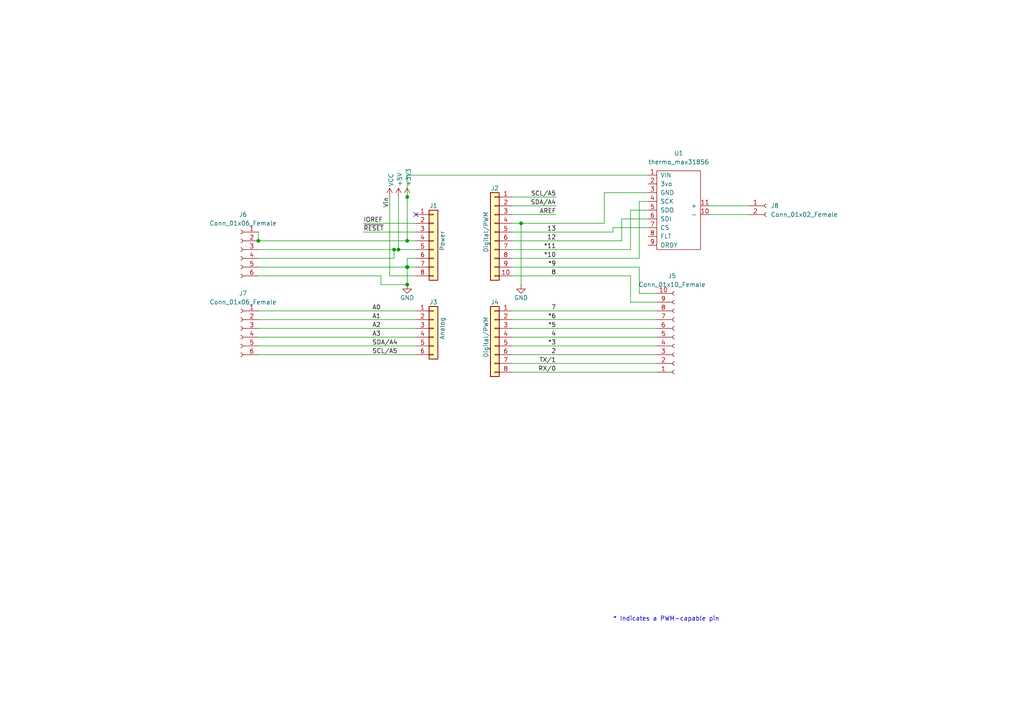
<source format=kicad_sch>
(kicad_sch (version 20211123) (generator eeschema)
  (paper "A4")
  (title_block (date "mar. 31 mars 2015"))
  (lib_symbols
    (symbol "Connector:Conn_01x02_Female" (pin_names (offset 1.016) hide)
      (property "Reference" "J" (at 0 2.54 0))
      (property "Value" "Conn_01x02_Female" (at 0 -5.08 0))
      (symbol "Conn_01x02_Female_1_1"
        (arc (start 0 -2.032) (mid -0.508 -2.54) (end 0 -3.048) (stroke (width 0.1524)))
        (polyline (pts (xy -1.27 -2.54) (xy -0.508 -2.54)) (stroke (width 0.1524)))
        (polyline (pts (xy -1.27 0) (xy -0.508 0)) (stroke (width 0.1524)))
        (arc (start 0 0.508) (mid -0.508 0) (end 0 -0.508) (stroke (width 0.1524)))
        (pin passive line (at -5.08 0 0) (length 3.81) (name "Pin_1") (number "1"))
        (pin passive line (at -5.08 -2.54 0) (length 3.81) (name "Pin_2") (number "2"))
      )
    )
    (symbol "Connector:Conn_01x06_Female" (pin_names (offset 1.016) hide)
      (property "Reference" "J" (at 0 7.62 0))
      (property "Value" "Conn_01x06_Female" (at 0 -10.16 0))
      (symbol "Conn_01x06_Female_1_1"
        (arc (start 0 -7.112) (mid -0.508 -7.62) (end 0 -8.128) (stroke (width 0.1524)))
        (arc (start 0 -4.572) (mid -0.508 -5.08) (end 0 -5.588) (stroke (width 0.1524)))
        (arc (start 0 -2.032) (mid -0.508 -2.54) (end 0 -3.048) (stroke (width 0.1524)))
        (polyline (pts (xy -1.27 -7.62) (xy -0.508 -7.62)) (stroke (width 0.1524)))
        (polyline (pts (xy -1.27 -5.08) (xy -0.508 -5.08)) (stroke (width 0.1524)))
        (polyline (pts (xy -1.27 -2.54) (xy -0.508 -2.54)) (stroke (width 0.1524)))
        (polyline (pts (xy -1.27 0) (xy -0.508 0)) (stroke (width 0.1524)))
        (polyline (pts (xy -1.27 2.54) (xy -0.508 2.54)) (stroke (width 0.1524)))
        (polyline (pts (xy -1.27 5.08) (xy -0.508 5.08)) (stroke (width 0.1524)))
        (arc (start 0 0.508) (mid -0.508 0) (end 0 -0.508) (stroke (width 0.1524)))
        (arc (start 0 3.048) (mid -0.508 2.54) (end 0 2.032) (stroke (width 0.1524)))
        (arc (start 0 5.588) (mid -0.508 5.08) (end 0 4.572) (stroke (width 0.1524)))
        (pin passive line (at -5.08 5.08 0) (length 3.81) (name "Pin_1") (number "1"))
        (pin passive line (at -5.08 2.54 0) (length 3.81) (name "Pin_2") (number "2"))
        (pin passive line (at -5.08 0 0) (length 3.81) (name "Pin_3") (number "3"))
        (pin passive line (at -5.08 -2.54 0) (length 3.81) (name "Pin_4") (number "4"))
        (pin passive line (at -5.08 -5.08 0) (length 3.81) (name "Pin_5") (number "5"))
        (pin passive line (at -5.08 -7.62 0) (length 3.81) (name "Pin_6") (number "6"))
      )
    )
    (symbol "Connector:Conn_01x10_Female" (pin_names (offset 1.016) hide)
      (property "Reference" "J" (at 0 12.7 0))
      (property "Value" "Conn_01x10_Female" (at 0 -15.24 0))
      (symbol "Conn_01x10_Female_1_1"
        (arc (start 0 -12.192) (mid -0.508 -12.7) (end 0 -13.208) (stroke (width 0.1524)))
        (arc (start 0 -9.652) (mid -0.508 -10.16) (end 0 -10.668) (stroke (width 0.1524)))
        (arc (start 0 -7.112) (mid -0.508 -7.62) (end 0 -8.128) (stroke (width 0.1524)))
        (arc (start 0 -4.572) (mid -0.508 -5.08) (end 0 -5.588) (stroke (width 0.1524)))
        (arc (start 0 -2.032) (mid -0.508 -2.54) (end 0 -3.048) (stroke (width 0.1524)))
        (polyline (pts (xy -1.27 -12.7) (xy -0.508 -12.7)) (stroke (width 0.1524)))
        (polyline (pts (xy -1.27 -10.16) (xy -0.508 -10.16)) (stroke (width 0.1524)))
        (polyline (pts (xy -1.27 -7.62) (xy -0.508 -7.62)) (stroke (width 0.1524)))
        (polyline (pts (xy -1.27 -5.08) (xy -0.508 -5.08)) (stroke (width 0.1524)))
        (polyline (pts (xy -1.27 -2.54) (xy -0.508 -2.54)) (stroke (width 0.1524)))
        (polyline (pts (xy -1.27 0) (xy -0.508 0)) (stroke (width 0.1524)))
        (polyline (pts (xy -1.27 2.54) (xy -0.508 2.54)) (stroke (width 0.1524)))
        (polyline (pts (xy -1.27 5.08) (xy -0.508 5.08)) (stroke (width 0.1524)))
        (polyline (pts (xy -1.27 7.62) (xy -0.508 7.62)) (stroke (width 0.1524)))
        (polyline (pts (xy -1.27 10.16) (xy -0.508 10.16)) (stroke (width 0.1524)))
        (arc (start 0 0.508) (mid -0.508 0) (end 0 -0.508) (stroke (width 0.1524)))
        (arc (start 0 3.048) (mid -0.508 2.54) (end 0 2.032) (stroke (width 0.1524)))
        (arc (start 0 5.588) (mid -0.508 5.08) (end 0 4.572) (stroke (width 0.1524)))
        (arc (start 0 8.128) (mid -0.508 7.62) (end 0 7.112) (stroke (width 0.1524)))
        (arc (start 0 10.668) (mid -0.508 10.16) (end 0 9.652) (stroke (width 0.1524)))
        (pin passive line (at -5.08 10.16 0) (length 3.81) (name "Pin_1") (number "1"))
        (pin passive line (at -5.08 -12.7 0) (length 3.81) (name "Pin_10") (number "10"))
        (pin passive line (at -5.08 7.62 0) (length 3.81) (name "Pin_2") (number "2"))
        (pin passive line (at -5.08 5.08 0) (length 3.81) (name "Pin_3") (number "3"))
        (pin passive line (at -5.08 2.54 0) (length 3.81) (name "Pin_4") (number "4"))
        (pin passive line (at -5.08 0 0) (length 3.81) (name "Pin_5") (number "5"))
        (pin passive line (at -5.08 -2.54 0) (length 3.81) (name "Pin_6") (number "6"))
        (pin passive line (at -5.08 -5.08 0) (length 3.81) (name "Pin_7") (number "7"))
        (pin passive line (at -5.08 -7.62 0) (length 3.81) (name "Pin_8") (number "8"))
        (pin passive line (at -5.08 -10.16 0) (length 3.81) (name "Pin_9") (number "9"))
      )
    )
    (symbol "Connector_Generic:Conn_01x06" (pin_names (offset 1.016) hide)
      (property "Reference" "J" (at 0 7.62 0))
      (property "Value" "Conn_01x06" (at 0 -10.16 0))
      (symbol "Conn_01x06_1_1"
        (rectangle (start -1.27 -7.493) (end 0 -7.747) (stroke (width 0.1524)))
        (rectangle (start -1.27 -4.953) (end 0 -5.207) (stroke (width 0.1524)))
        (rectangle (start -1.27 -2.413) (end 0 -2.667) (stroke (width 0.1524)))
        (rectangle (start -1.27 0.127) (end 0 -0.127) (stroke (width 0.1524)))
        (rectangle (start -1.27 2.667) (end 0 2.413) (stroke (width 0.1524)))
        (rectangle (start -1.27 5.207) (end 0 4.953) (stroke (width 0.1524)))
        (rectangle (start -1.27 6.35) (end 1.27 -8.89) (stroke (width 0.254)) (fill (type background)))
        (pin passive line (at -5.08 5.08 0) (length 3.81) (name "Pin_1") (number "1"))
        (pin passive line (at -5.08 2.54 0) (length 3.81) (name "Pin_2") (number "2"))
        (pin passive line (at -5.08 0 0) (length 3.81) (name "Pin_3") (number "3"))
        (pin passive line (at -5.08 -2.54 0) (length 3.81) (name "Pin_4") (number "4"))
        (pin passive line (at -5.08 -5.08 0) (length 3.81) (name "Pin_5") (number "5"))
        (pin passive line (at -5.08 -7.62 0) (length 3.81) (name "Pin_6") (number "6"))
      )
    )
    (symbol "Connector_Generic:Conn_01x08" (pin_names (offset 1.016) hide)
      (property "Reference" "J" (at 0 10.16 0))
      (property "Value" "Conn_01x08" (at 0 -12.7 0))
      (symbol "Conn_01x08_1_1"
        (rectangle (start -1.27 -10.033) (end 0 -10.287) (stroke (width 0.1524)))
        (rectangle (start -1.27 -7.493) (end 0 -7.747) (stroke (width 0.1524)))
        (rectangle (start -1.27 -4.953) (end 0 -5.207) (stroke (width 0.1524)))
        (rectangle (start -1.27 -2.413) (end 0 -2.667) (stroke (width 0.1524)))
        (rectangle (start -1.27 0.127) (end 0 -0.127) (stroke (width 0.1524)))
        (rectangle (start -1.27 2.667) (end 0 2.413) (stroke (width 0.1524)))
        (rectangle (start -1.27 5.207) (end 0 4.953) (stroke (width 0.1524)))
        (rectangle (start -1.27 7.747) (end 0 7.493) (stroke (width 0.1524)))
        (rectangle (start -1.27 8.89) (end 1.27 -11.43) (stroke (width 0.254)) (fill (type background)))
        (pin passive line (at -5.08 7.62 0) (length 3.81) (name "Pin_1") (number "1"))
        (pin passive line (at -5.08 5.08 0) (length 3.81) (name "Pin_2") (number "2"))
        (pin passive line (at -5.08 2.54 0) (length 3.81) (name "Pin_3") (number "3"))
        (pin passive line (at -5.08 0 0) (length 3.81) (name "Pin_4") (number "4"))
        (pin passive line (at -5.08 -2.54 0) (length 3.81) (name "Pin_5") (number "5"))
        (pin passive line (at -5.08 -5.08 0) (length 3.81) (name "Pin_6") (number "6"))
        (pin passive line (at -5.08 -7.62 0) (length 3.81) (name "Pin_7") (number "7"))
        (pin passive line (at -5.08 -10.16 0) (length 3.81) (name "Pin_8") (number "8"))
      )
    )
    (symbol "Connector_Generic:Conn_01x10" (pin_names (offset 1.016) hide)
      (property "Reference" "J" (at 0 12.7 0))
      (property "Value" "Conn_01x10" (at 0 -15.24 0))
      (symbol "Conn_01x10_1_1"
        (rectangle (start -1.27 -12.573) (end 0 -12.827) (stroke (width 0.1524)))
        (rectangle (start -1.27 -10.033) (end 0 -10.287) (stroke (width 0.1524)))
        (rectangle (start -1.27 -7.493) (end 0 -7.747) (stroke (width 0.1524)))
        (rectangle (start -1.27 -4.953) (end 0 -5.207) (stroke (width 0.1524)))
        (rectangle (start -1.27 -2.413) (end 0 -2.667) (stroke (width 0.1524)))
        (rectangle (start -1.27 0.127) (end 0 -0.127) (stroke (width 0.1524)))
        (rectangle (start -1.27 2.667) (end 0 2.413) (stroke (width 0.1524)))
        (rectangle (start -1.27 5.207) (end 0 4.953) (stroke (width 0.1524)))
        (rectangle (start -1.27 7.747) (end 0 7.493) (stroke (width 0.1524)))
        (rectangle (start -1.27 10.287) (end 0 10.033) (stroke (width 0.1524)))
        (rectangle (start -1.27 11.43) (end 1.27 -13.97) (stroke (width 0.254)) (fill (type background)))
        (pin passive line (at -5.08 10.16 0) (length 3.81) (name "Pin_1") (number "1"))
        (pin passive line (at -5.08 -12.7 0) (length 3.81) (name "Pin_10") (number "10"))
        (pin passive line (at -5.08 7.62 0) (length 3.81) (name "Pin_2") (number "2"))
        (pin passive line (at -5.08 5.08 0) (length 3.81) (name "Pin_3") (number "3"))
        (pin passive line (at -5.08 2.54 0) (length 3.81) (name "Pin_4") (number "4"))
        (pin passive line (at -5.08 0 0) (length 3.81) (name "Pin_5") (number "5"))
        (pin passive line (at -5.08 -2.54 0) (length 3.81) (name "Pin_6") (number "6"))
        (pin passive line (at -5.08 -5.08 0) (length 3.81) (name "Pin_7") (number "7"))
        (pin passive line (at -5.08 -7.62 0) (length 3.81) (name "Pin_8") (number "8"))
        (pin passive line (at -5.08 -10.16 0) (length 3.81) (name "Pin_9") (number "9"))
      )
    )
    (symbol "power:+3V3" (power) (pin_names (offset 0))
      (property "Value" "+3V3" (at 0 3.556 0))
      (symbol "+3V3_0_1"
        (polyline (pts (xy -0.762 1.27) (xy 0 2.54)))
        (polyline (pts (xy 0 0) (xy 0 2.54)))
        (polyline (pts (xy 0 2.54) (xy 0.762 1.27)))
      )
      (symbol "+3V3_1_1"
        (pin power_in line (at 0 0 90) (length 0) hide (name "+3V3") (number "1"))
      )
    )
    (symbol "power:+5V" (power) (pin_names (offset 0))
      (property "Value" "+5V" (at 0 3.556 0))
      (symbol "+5V_0_1"
        (polyline (pts (xy -0.762 1.27) (xy 0 2.54)))
        (polyline (pts (xy 0 0) (xy 0 2.54)))
        (polyline (pts (xy 0 2.54) (xy 0.762 1.27)))
      )
      (symbol "+5V_1_1"
        (pin power_in line (at 0 0 90) (length 0) hide (name "+5V") (number "1"))
      )
    )
    (symbol "power:GND" (power) (pin_names (offset 0))
      (property "Value" "GND" (at 0 -3.81 0))
      (symbol "GND_0_1"
        (polyline (pts (xy 0 0) (xy 0 -1.27) (xy 1.27 -1.27) (xy 0 -2.54) (xy -1.27 -1.27) (xy 0 -1.27)))
      )
      (symbol "GND_1_1"
        (pin power_in line (at 0 0 270) (length 0) hide (name "GND") (number "1"))
      )
    )
    (symbol "power:VCC" (power) (pin_names (offset 0))
      (property "Value" "VCC" (at 0 3.81 0))
      (symbol "VCC_0_1"
        (polyline (pts (xy -0.762 1.27) (xy 0 2.54)))
        (polyline (pts (xy 0 0) (xy 0 2.54)))
        (polyline (pts (xy 0 2.54) (xy 0.762 1.27)))
      )
      (symbol "VCC_1_1"
        (pin power_in line (at 0 0 90) (length 0) hide (name "VCC") (number "1"))
      )
    )
    (symbol "thermo_max31856:thermo_max31856" (pin_names (offset 1.016))
      (property "Reference" "U" (at -5.08 12.7 0))
      (property "Value" "thermo_max31856" (at 1.27 -12.7 0))
      (symbol "thermo_max31856_0_1"
        (rectangle (start 6.35 11.43) (end -6.35 -11.43))
      )
      (symbol "thermo_max31856_1_1"
        (pin input line (at 8.89 -10.16 180) (length 2.54) (name "VIN") (number "1"))
        (pin input line (at -8.89 1.27 0) (length 2.54) (name "-") (number "10"))
        (pin input line (at -8.89 -1.27 0) (length 2.54) (name "+") (number "11"))
        (pin output line (at 8.89 -7.62 180) (length 2.54) (name "3vo") (number "2"))
        (pin input line (at 8.89 -5.08 180) (length 2.54) (name "GND") (number "3"))
        (pin input line (at 8.89 -2.54 180) (length 2.54) (name "SCK") (number "4"))
        (pin output line (at 8.89 0 180) (length 2.54) (name "SDO") (number "5"))
        (pin input line (at 8.89 2.54 180) (length 2.54) (name "SDI") (number "6"))
        (pin input line (at 8.89 5.08 180) (length 2.54) (name "CS") (number "7"))
        (pin output line (at 8.89 7.62 180) (length 2.54) (name "FLT") (number "8"))
        (pin output line (at 8.89 10.16 180) (length 2.54) (name "DRDY") (number "9"))
      )
    )
  )
  (junction (at 118.11 77.47) (diameter 1.016))
  (junction (at 115.57 72.39))
  (junction (at 114.3 72.39))
  (junction (at 151.13 64.77))
  (junction (at 74.93 69.85))
  (junction (at 118.11 57.15))
  (junction (at 118.11 69.85))
  (junction (at 118.11 82.55))
  (no_connect (at 120.65 62.23))
  (wire (pts (xy 114.3 74.93) (xy 114.3 72.39)))
  (wire (pts (xy 187.96 60.96) (xy 182.88 60.96)))
  (wire (pts (xy 148.59 57.15) (xy 161.29 57.15)))
  (wire (pts (xy 118.11 74.93) (xy 118.11 77.47)))
  (wire (pts (xy 110.49 82.55) (xy 118.11 82.55)))
  (wire (pts (xy 74.93 102.87) (xy 120.65 102.87)))
  (wire (pts (xy 205.74 62.23) (xy 217.17 62.23)))
  (wire (pts (xy 182.88 60.96) (xy 182.88 72.39)))
  (wire (pts (xy 182.88 80.01) (xy 182.88 87.63)))
  (wire (pts (xy 118.11 77.47) (xy 118.11 82.55)))
  (wire (pts (xy 177.8 66.04) (xy 177.8 67.31)))
  (wire (pts (xy 74.93 69.85) (xy 118.11 69.85)))
  (wire (pts (xy 115.57 72.39) (xy 120.65 72.39)))
  (wire (pts (xy 205.74 59.69) (xy 217.17 59.69)))
  (wire (pts (xy 115.57 57.15) (xy 115.57 72.39)))
  (wire (pts (xy 177.8 67.31) (xy 148.59 67.31)))
  (wire (pts (xy 187.96 55.88) (xy 175.26 55.88)))
  (wire (pts (xy 74.93 74.93) (xy 114.3 74.93)))
  (wire (pts (xy 74.93 77.47) (xy 118.11 77.47)))
  (wire (pts (xy 118.11 50.8) (xy 118.11 57.15)))
  (wire (pts (xy 148.59 90.17) (xy 190.5 90.17)))
  (wire (pts (xy 110.49 80.01) (xy 110.49 82.55)))
  (wire (pts (xy 74.93 90.17) (xy 120.65 90.17)))
  (wire (pts (xy 74.93 80.01) (xy 110.49 80.01)))
  (wire (pts (xy 148.59 92.71) (xy 190.5 92.71)))
  (wire (pts (xy 114.3 72.39) (xy 115.57 72.39)))
  (wire (pts (xy 185.42 77.47) (xy 185.42 85.09)))
  (wire (pts (xy 180.34 69.85) (xy 148.59 69.85)))
  (wire (pts (xy 187.96 50.8) (xy 118.11 50.8)))
  (wire (pts (xy 148.59 77.47) (xy 185.42 77.47)))
  (wire (pts (xy 187.96 66.04) (xy 177.8 66.04)))
  (wire (pts (xy 148.59 100.33) (xy 190.5 100.33)))
  (wire (pts (xy 187.96 58.42) (xy 185.42 58.42)))
  (wire (pts (xy 105.41 64.77) (xy 120.65 64.77)))
  (wire (pts (xy 187.96 63.5) (xy 180.34 63.5)))
  (wire (pts (xy 74.93 72.39) (xy 114.3 72.39)))
  (wire (pts (xy 180.34 63.5) (xy 180.34 69.85)))
  (wire (pts (xy 185.42 85.09) (xy 190.5 85.09)))
  (wire (pts (xy 182.88 87.63) (xy 190.5 87.63)))
  (wire (pts (xy 151.13 64.77) (xy 151.13 82.55)))
  (wire (pts (xy 148.59 62.23) (xy 161.29 62.23)))
  (wire (pts (xy 74.93 95.25) (xy 120.65 95.25)))
  (wire (pts (xy 105.41 67.31) (xy 120.65 67.31)))
  (wire (pts (xy 148.59 97.79) (xy 190.5 97.79)))
  (wire (pts (xy 175.26 55.88) (xy 175.26 64.77)))
  (wire (pts (xy 120.65 77.47) (xy 118.11 77.47)))
  (wire (pts (xy 148.59 107.95) (xy 190.5 107.95)))
  (wire (pts (xy 182.88 72.39) (xy 148.59 72.39)))
  (wire (pts (xy 120.65 80.01) (xy 113.03 80.01)))
  (wire (pts (xy 74.93 92.71) (xy 120.65 92.71)))
  (wire (pts (xy 148.59 102.87) (xy 190.5 102.87)))
  (wire (pts (xy 148.59 105.41) (xy 190.5 105.41)))
  (wire (pts (xy 148.59 74.93) (xy 185.42 74.93)))
  (wire (pts (xy 148.59 64.77) (xy 151.13 64.77)))
  (wire (pts (xy 120.65 74.93) (xy 118.11 74.93)))
  (wire (pts (xy 118.11 57.15) (xy 118.11 69.85)))
  (wire (pts (xy 185.42 58.42) (xy 185.42 74.93)))
  (wire (pts (xy 148.59 95.25) (xy 190.5 95.25)))
  (wire (pts (xy 74.93 97.79) (xy 120.65 97.79)))
  (wire (pts (xy 175.26 64.77) (xy 151.13 64.77)))
  (wire (pts (xy 118.11 69.85) (xy 120.65 69.85)))
  (wire (pts (xy 74.93 69.85) (xy 74.93 67.31)))
  (wire (pts (xy 148.59 59.69) (xy 161.29 59.69)))
  (wire (pts (xy 113.03 80.01) (xy 113.03 57.15)))
  (wire (pts (xy 74.93 100.33) (xy 120.65 100.33)))
  (wire (pts (xy 148.59 80.01) (xy 182.88 80.01)))
  (text "* Indicates a PWM-capable pin" (at 177.8 180.34 0) (effects (font (size 1.27 1.27)) (justify left bottom)))
  (label "RX{slash}0" (at 161.29 107.95 180))
  (label "A2" (at 107.95 95.25 0))
  (label "4" (at 161.29 97.79 180))
  (label "2" (at 161.29 102.87 180))
  (label "A3" (at 107.95 97.79 0))
  (label "13" (at 161.29 67.31 180))
  (label "12" (at 161.29 69.85 180))
  (label "~{RESET}" (at 105.41 67.31 0))
  (label "*10" (at 161.29 74.93 180))
  (label "7" (at 161.29 90.17 180))
  (label "SDA{slash}A4" (at 161.29 59.69 180))
  (label "8" (at 161.29 80.01 180))
  (label "*11" (at 161.29 72.39 180))
  (label "*3" (at 161.29 100.33 180))
  (label "A1" (at 107.95 92.71 0))
  (label "TX{slash}1" (at 161.29 105.41 180))
  (label "A0" (at 107.95 90.17 0))
  (label "AREF" (at 161.29 62.23 180))
  (label "Vin" (at 113.03 57.15 270))
  (label "*6" (at 161.29 92.71 180))
  (label "SCL{slash}A5" (at 161.29 57.15 180))
  (label "*9" (at 161.29 77.47 180))
  (label "*5" (at 161.29 95.25 180))
  (label "IOREF" (at 105.41 64.77 0))
  (label "SDA{slash}A4" (at 107.95 100.33 0))
  (label "SCL{slash}A5" (at 107.95 102.87 0))
  (symbol (lib_id "Connector_Generic:Conn_01x08") (at 125.73 69.85 0) (unit 1)
    (property "Reference" "J1" (at 125.73 59.69 0))
    (property "Value" "Power" (at 128.27 69.85 90))
    (property "Footprint" "Connector_PinSocket_2.54mm:PinSocket_1x08_P2.54mm_Vertical" (effects hide))
  )
  (symbol (lib_id "power:+3V3") (at 118.11 57.15 0) (unit 1)
    (property "Reference" "#PWR03" (effects hide))
    (property "Value" "+3.3V" (at 118.491 54.102 90) (effects (justify left)))
  )
  (symbol (lib_id "power:+5V") (at 115.57 57.15 0) (unit 1)
    (property "Reference" "#PWR02" (effects hide))
    (property "Value" "+5V" (at 115.9256 54.102 90) (effects (justify left)))
  )
  (symbol (lib_id "power:GND") (at 118.11 82.55 0) (unit 1)
    (property "Reference" "#PWR04" (effects hide))
    (property "Value" "GND" (at 118.11 86.36 0))
  )
  (symbol (lib_id "Connector_Generic:Conn_01x10") (at 143.51 67.31 0) (mirror y) (unit 1)
    (property "Reference" "J2" (at 143.51 54.61 0))
    (property "Value" "Digital/PWM" (at 140.97 67.31 90))
    (property "Footprint" "Connector_PinSocket_2.54mm:PinSocket_1x10_P2.54mm_Vertical" (effects hide))
  )
  (symbol (lib_id "power:GND") (at 151.13 82.55 0) (unit 1)
    (property "Reference" "#PWR05" (effects hide))
    (property "Value" "GND" (at 151.13 86.36 0))
  )
  (symbol (lib_id "Connector_Generic:Conn_01x06") (at 125.73 95.25 0) (unit 1)
    (property "Reference" "J3" (at 125.73 87.63 0))
    (property "Value" "Analog" (at 128.27 95.25 90))
    (property "Footprint" "Connector_PinSocket_2.54mm:PinSocket_1x06_P2.54mm_Vertical" (effects hide))
  )
  (symbol (lib_id "Connector_Generic:Conn_01x08") (at 143.51 97.79 0) (mirror y) (unit 1)
    (property "Reference" "J4" (at 143.51 87.63 0))
    (property "Value" "Digital/PWM" (at 140.97 97.79 90))
    (property "Footprint" "Connector_PinSocket_2.54mm:PinSocket_1x08_P2.54mm_Vertical" (effects hide))
  )
  (symbol (lib_id "thermo_max31856:thermo_max31856") (at 196.85 60.96 180) (unit 1)
    (property "Reference" "U1" (at 196.85 44.45 0))
    (property "Value" "thermo_max31856" (at 196.85 46.99 0))
    (property "Footprint" "MAX31865:MAX31856" (effects hide))
  )
  (symbol (lib_id "Connector:Conn_01x06_Female") (at 69.85 95.25 0) (mirror y) (unit 1)
    (property "Reference" "J7" (at 70.485 85.09 0))
    (property "Value" "Conn_01x06_Female" (at 70.485 87.63 0))
    (property "Footprint" "Connector_Phoenix_MC:PhoenixContact_MCV_1,5_6-G-3.5_1x06_P3.50mm_Vertical" (effects hide))
  )
  (symbol (lib_id "Connector:Conn_01x06_Female") (at 69.85 72.39 0) (mirror y) (unit 1)
    (property "Reference" "J6" (at 70.485 62.23 0))
    (property "Value" "Conn_01x06_Female" (at 70.485 64.77 0))
    (property "Footprint" "Connector_Phoenix_MC:PhoenixContact_MCV_1,5_6-G-3.5_1x06_P3.50mm_Vertical" (effects hide))
  )
  (symbol (lib_id "power:VCC") (at 113.03 57.15 0) (unit 1)
    (property "Reference" "#PWR01" (effects hide))
    (property "Value" "VCC" (at 113.411 54.102 90) (effects (justify left)))
  )
  (symbol (lib_id "Connector:Conn_01x10_Female") (at 195.58 97.79 0) (mirror x) (unit 1)
    (property "Reference" "J5" (at 194.945 80.01 0))
    (property "Value" "Conn_01x10_Female" (at 194.945 82.55 0))
    (property "Footprint" "Connector_Phoenix_MC:PhoenixContact_MCV_1,5_10-G-3.5_1x10_P3.50mm_Vertical" (effects hide))
  )
  (symbol (lib_id "Connector:Conn_01x02_Female") (at 222.25 59.69 0) (unit 1)
    (property "Reference" "J8" (at 223.52 59.6899 0) (effects (justify left)))
    (property "Value" "Conn_01x02_Female" (at 223.52 62.2299 0) (effects (justify left)))
    (property "Footprint" "Connector_Phoenix_MC:PhoenixContact_MCV_1,5_2-G-3.5_1x02_P3.50mm_Vertical" (effects hide))
  )
)
</source>
